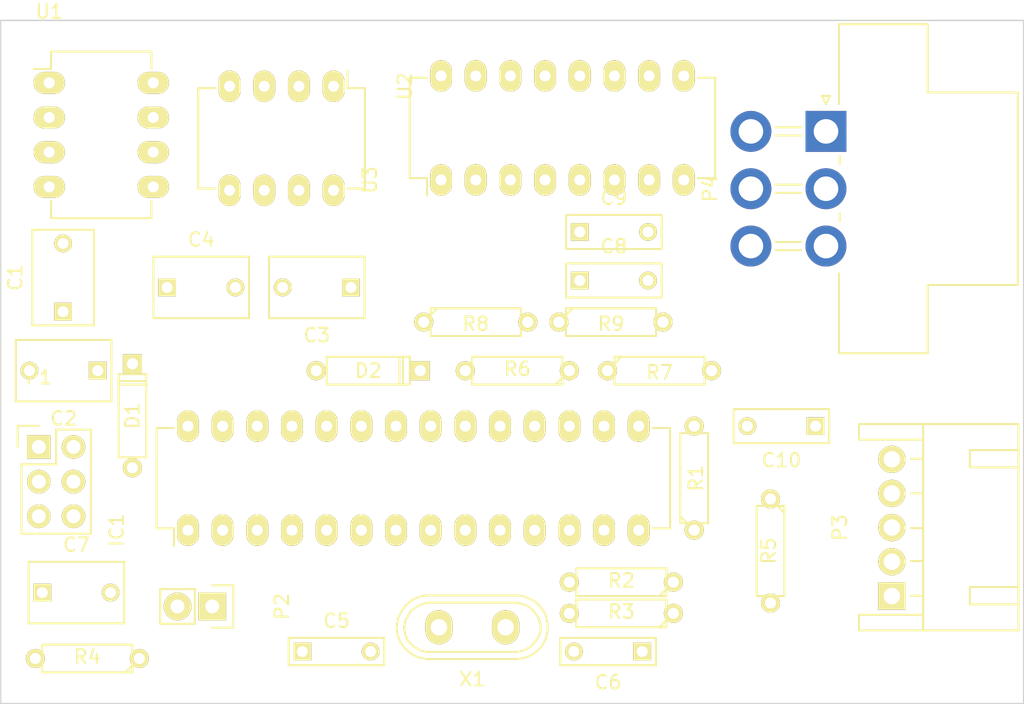
<source format=kicad_pcb>
(kicad_pcb (version 4) (host pcbnew 4.0.2+e4-6225~38~ubuntu16.04.1-stable)

  (general
    (links 77)
    (no_connects 77)
    (area 105.41 34.798 180.848 86.868)
    (thickness 1.6)
    (drawings 4)
    (tracks 0)
    (zones 0)
    (modules 30)
    (nets 46)
  )

  (page A4)
  (layers
    (0 F.Cu jumper)
    (31 B.Cu mixed)
    (33 F.Adhes user)
    (35 F.Paste user)
    (37 F.SilkS user)
    (39 F.Mask user)
    (40 Dwgs.User user)
    (41 Cmts.User user)
    (42 Eco1.User user)
    (43 Eco2.User user)
    (44 Edge.Cuts user)
    (45 Margin user)
    (47 F.CrtYd user)
    (49 F.Fab user)
  )

  (setup
    (last_trace_width 0.3)
    (trace_clearance 0.3)
    (zone_clearance 0.508)
    (zone_45_only yes)
    (trace_min 0.254)
    (segment_width 0.2)
    (edge_width 0.1)
    (via_size 1)
    (via_drill 0.4)
    (via_min_size 0.889)
    (via_min_drill 0.1)
    (uvia_size 0.508)
    (uvia_drill 0.127)
    (uvias_allowed no)
    (uvia_min_size 0.508)
    (uvia_min_drill 0.127)
    (pcb_text_width 0.3)
    (pcb_text_size 1.5 1.5)
    (mod_edge_width 0.15)
    (mod_text_size 1 1)
    (mod_text_width 0.15)
    (pad_size 1.5 1.5)
    (pad_drill 0.6)
    (pad_to_mask_clearance 0)
    (aux_axis_origin 73.914 42.672)
    (grid_origin 73.914 42.672)
    (visible_elements FFFFFFFF)
    (pcbplotparams
      (layerselection 0x00000_80000000)
      (usegerberextensions false)
      (excludeedgelayer true)
      (linewidth 0.100000)
      (plotframeref true)
      (viasonmask false)
      (mode 1)
      (useauxorigin false)
      (hpglpennumber 1)
      (hpglpenspeed 20)
      (hpglpendiameter 15)
      (hpglpenoverlay 2)
      (psnegative false)
      (psa4output false)
      (plotreference true)
      (plotvalue true)
      (plotinvisibletext false)
      (padsonsilk true)
      (subtractmaskfromsilk false)
      (outputformat 4)
      (mirror false)
      (drillshape 1)
      (scaleselection 1)
      (outputdirectory /home/ddo/tmp/))
  )

  (net 0 "")
  (net 1 "Net-(C1-Pad1)")
  (net 2 "Net-(C1-Pad2)")
  (net 3 "Net-(C2-Pad1)")
  (net 4 /Doubler_Inverter/+9V)
  (net 5 GNDREF)
  (net 6 /Doubler_Inverter/-5V)
  (net 7 "Net-(C5-Pad2)")
  (net 8 "Net-(C6-Pad2)")
  (net 9 "/Base Arduino/CH1_ARDUINO_SIG")
  (net 10 "/Base Arduino/CH0_ARDUINO_SIG")
  (net 11 +5V)
  (net 12 "/Base Arduino/SWITCH")
  (net 13 "Net-(IC1-Pad5)")
  (net 14 "Net-(IC1-Pad6)")
  (net 15 "Net-(IC1-Pad11)")
  (net 16 "Net-(IC1-Pad12)")
  (net 17 "Net-(IC1-Pad13)")
  (net 18 "Net-(IC1-Pad14)")
  (net 19 "Net-(IC1-Pad15)")
  (net 20 "Net-(IC1-Pad16)")
  (net 21 "Net-(IC1-Pad21)")
  (net 22 "/Base Arduino/CH0_PEDAL_SIG")
  (net 23 "/Base Arduino/CH1_PEDAL_SIG")
  (net 24 "Net-(IC1-Pad25)")
  (net 25 "Net-(IC1-Pad26)")
  (net 26 "Net-(IC1-Pad27)")
  (net 27 "Net-(IC1-Pad28)")
  (net 28 /Connectors/CH0_OUT)
  (net 29 /Connectors/CH1_OUT)
  (net 30 "/Base Arduino/LED1")
  (net 31 "/Base Arduino/LED2")
  (net 32 "Net-(U1-Pad6)")
  (net 33 "Net-(U1-Pad7)")
  (net 34 /Isolator/CH0_MUXDEMUX_OUT)
  (net 35 /Isolator/CH1_MUXDEMUX_OUT)
  (net 36 "Net-(U3-Pad2)")
  (net 37 "Net-(U3-Pad4)")
  (net 38 "Net-(U3-Pad11)")
  (net 39 "Net-(U3-Pad15)")
  (net 40 "/Base Arduino/RESET")
  (net 41 "/Base Arduino/RX")
  (net 42 "/Base Arduino/TX")
  (net 43 "/Base Arduino/MOSI")
  (net 44 "/Base Arduino/MISO")
  (net 45 "/Base Arduino/SCK")

  (net_class Default "This is the default net class."
    (clearance 0.3)
    (trace_width 0.3)
    (via_dia 1)
    (via_drill 0.4)
    (uvia_dia 0.508)
    (uvia_drill 0.127)
    (add_net +5V)
    (add_net "/Base Arduino/CH0_ARDUINO_SIG")
    (add_net "/Base Arduino/CH0_PEDAL_SIG")
    (add_net "/Base Arduino/CH1_ARDUINO_SIG")
    (add_net "/Base Arduino/CH1_PEDAL_SIG")
    (add_net "/Base Arduino/LED1")
    (add_net "/Base Arduino/LED2")
    (add_net "/Base Arduino/MISO")
    (add_net "/Base Arduino/MOSI")
    (add_net "/Base Arduino/RESET")
    (add_net "/Base Arduino/RX")
    (add_net "/Base Arduino/SCK")
    (add_net "/Base Arduino/SWITCH")
    (add_net "/Base Arduino/TX")
    (add_net /Connectors/CH0_OUT)
    (add_net /Connectors/CH1_OUT)
    (add_net /Doubler_Inverter/+9V)
    (add_net /Doubler_Inverter/-5V)
    (add_net /Isolator/CH0_MUXDEMUX_OUT)
    (add_net /Isolator/CH1_MUXDEMUX_OUT)
    (add_net GNDREF)
    (add_net "Net-(C1-Pad1)")
    (add_net "Net-(C1-Pad2)")
    (add_net "Net-(C2-Pad1)")
    (add_net "Net-(C5-Pad2)")
    (add_net "Net-(C6-Pad2)")
    (add_net "Net-(IC1-Pad11)")
    (add_net "Net-(IC1-Pad12)")
    (add_net "Net-(IC1-Pad13)")
    (add_net "Net-(IC1-Pad14)")
    (add_net "Net-(IC1-Pad15)")
    (add_net "Net-(IC1-Pad16)")
    (add_net "Net-(IC1-Pad21)")
    (add_net "Net-(IC1-Pad25)")
    (add_net "Net-(IC1-Pad26)")
    (add_net "Net-(IC1-Pad27)")
    (add_net "Net-(IC1-Pad28)")
    (add_net "Net-(IC1-Pad5)")
    (add_net "Net-(IC1-Pad6)")
    (add_net "Net-(U1-Pad6)")
    (add_net "Net-(U1-Pad7)")
    (add_net "Net-(U3-Pad11)")
    (add_net "Net-(U3-Pad15)")
    (add_net "Net-(U3-Pad2)")
    (add_net "Net-(U3-Pad4)")
  )

  (module Capacitors_ThroughHole:C_Rect_L7_W4.5_P5 (layer F.Cu) (tedit 0) (tstamp 57BDA55F)
    (at 110.236 58.166 90)
    (descr "Film Capacitor Length 7mm x Width 4.5mm, Pitch 5mm")
    (tags Capacitor)
    (path /54D7C565/54D7C587)
    (fp_text reference C1 (at 2.5 -3.5 90) (layer F.SilkS)
      (effects (font (size 1 1) (thickness 0.15)))
    )
    (fp_text value 1u (at 2.5 3.5 90) (layer F.Fab)
      (effects (font (size 1 1) (thickness 0.15)))
    )
    (fp_line (start -1.25 -2.5) (end 6.25 -2.5) (layer F.CrtYd) (width 0.05))
    (fp_line (start 6.25 -2.5) (end 6.25 2.5) (layer F.CrtYd) (width 0.05))
    (fp_line (start 6.25 2.5) (end -1.25 2.5) (layer F.CrtYd) (width 0.05))
    (fp_line (start -1.25 2.5) (end -1.25 -2.5) (layer F.CrtYd) (width 0.05))
    (fp_line (start -1 -2.25) (end 6 -2.25) (layer F.SilkS) (width 0.15))
    (fp_line (start 6 -2.25) (end 6 2.25) (layer F.SilkS) (width 0.15))
    (fp_line (start 6 2.25) (end -1 2.25) (layer F.SilkS) (width 0.15))
    (fp_line (start -1 2.25) (end -1 -2.25) (layer F.SilkS) (width 0.15))
    (pad 1 thru_hole rect (at 0 0 90) (size 1.3 1.3) (drill 0.8) (layers *.Cu *.Mask F.SilkS)
      (net 1 "Net-(C1-Pad1)"))
    (pad 2 thru_hole circle (at 5 0 90) (size 1.3 1.3) (drill 0.8) (layers *.Cu *.Mask F.SilkS)
      (net 2 "Net-(C1-Pad2)"))
    (model Capacitors_ThroughHole.3dshapes/C_Rect_L7_W4.5_P5.wrl
      (at (xyz 0.098425 0 0))
      (scale (xyz 1 1 1))
      (rotate (xyz 0 0 0))
    )
  )

  (module Capacitors_ThroughHole:C_Rect_L7_W4.5_P5 (layer F.Cu) (tedit 0) (tstamp 57BDA565)
    (at 112.776 62.484 180)
    (descr "Film Capacitor Length 7mm x Width 4.5mm, Pitch 5mm")
    (tags Capacitor)
    (path /54D7C565/54D7C5F6)
    (fp_text reference C2 (at 2.5 -3.5 180) (layer F.SilkS)
      (effects (font (size 1 1) (thickness 0.15)))
    )
    (fp_text value 1u (at 2.5 3.5 180) (layer F.Fab)
      (effects (font (size 1 1) (thickness 0.15)))
    )
    (fp_line (start -1.25 -2.5) (end 6.25 -2.5) (layer F.CrtYd) (width 0.05))
    (fp_line (start 6.25 -2.5) (end 6.25 2.5) (layer F.CrtYd) (width 0.05))
    (fp_line (start 6.25 2.5) (end -1.25 2.5) (layer F.CrtYd) (width 0.05))
    (fp_line (start -1.25 2.5) (end -1.25 -2.5) (layer F.CrtYd) (width 0.05))
    (fp_line (start -1 -2.25) (end 6 -2.25) (layer F.SilkS) (width 0.15))
    (fp_line (start 6 -2.25) (end 6 2.25) (layer F.SilkS) (width 0.15))
    (fp_line (start 6 2.25) (end -1 2.25) (layer F.SilkS) (width 0.15))
    (fp_line (start -1 2.25) (end -1 -2.25) (layer F.SilkS) (width 0.15))
    (pad 1 thru_hole rect (at 0 0 180) (size 1.3 1.3) (drill 0.8) (layers *.Cu *.Mask F.SilkS)
      (net 3 "Net-(C2-Pad1)"))
    (pad 2 thru_hole circle (at 5 0 180) (size 1.3 1.3) (drill 0.8) (layers *.Cu *.Mask F.SilkS)
      (net 1 "Net-(C1-Pad1)"))
    (model Capacitors_ThroughHole.3dshapes/C_Rect_L7_W4.5_P5.wrl
      (at (xyz 0.098425 0 0))
      (scale (xyz 1 1 1))
      (rotate (xyz 0 0 0))
    )
  )

  (module Capacitors_ThroughHole:C_Rect_L7_W4.5_P5 (layer F.Cu) (tedit 0) (tstamp 57BDA56B)
    (at 131.318 56.388 180)
    (descr "Film Capacitor Length 7mm x Width 4.5mm, Pitch 5mm")
    (tags Capacitor)
    (path /54D7C565/54D7C60F)
    (fp_text reference C3 (at 2.5 -3.5 180) (layer F.SilkS)
      (effects (font (size 1 1) (thickness 0.15)))
    )
    (fp_text value 1u (at 2.5 3.5 180) (layer F.Fab)
      (effects (font (size 1 1) (thickness 0.15)))
    )
    (fp_line (start -1.25 -2.5) (end 6.25 -2.5) (layer F.CrtYd) (width 0.05))
    (fp_line (start 6.25 -2.5) (end 6.25 2.5) (layer F.CrtYd) (width 0.05))
    (fp_line (start 6.25 2.5) (end -1.25 2.5) (layer F.CrtYd) (width 0.05))
    (fp_line (start -1.25 2.5) (end -1.25 -2.5) (layer F.CrtYd) (width 0.05))
    (fp_line (start -1 -2.25) (end 6 -2.25) (layer F.SilkS) (width 0.15))
    (fp_line (start 6 -2.25) (end 6 2.25) (layer F.SilkS) (width 0.15))
    (fp_line (start 6 2.25) (end -1 2.25) (layer F.SilkS) (width 0.15))
    (fp_line (start -1 2.25) (end -1 -2.25) (layer F.SilkS) (width 0.15))
    (pad 1 thru_hole rect (at 0 0 180) (size 1.3 1.3) (drill 0.8) (layers *.Cu *.Mask F.SilkS)
      (net 4 /Doubler_Inverter/+9V))
    (pad 2 thru_hole circle (at 5 0 180) (size 1.3 1.3) (drill 0.8) (layers *.Cu *.Mask F.SilkS)
      (net 5 GNDREF))
    (model Capacitors_ThroughHole.3dshapes/C_Rect_L7_W4.5_P5.wrl
      (at (xyz 0.098425 0 0))
      (scale (xyz 1 1 1))
      (rotate (xyz 0 0 0))
    )
  )

  (module Capacitors_ThroughHole:C_Rect_L7_W4.5_P5 (layer F.Cu) (tedit 0) (tstamp 57BDA571)
    (at 117.856 56.388)
    (descr "Film Capacitor Length 7mm x Width 4.5mm, Pitch 5mm")
    (tags Capacitor)
    (path /54D7C565/54D7C66C)
    (fp_text reference C4 (at 2.5 -3.5) (layer F.SilkS)
      (effects (font (size 1 1) (thickness 0.15)))
    )
    (fp_text value 1u (at 2.5 3.5) (layer F.Fab)
      (effects (font (size 1 1) (thickness 0.15)))
    )
    (fp_line (start -1.25 -2.5) (end 6.25 -2.5) (layer F.CrtYd) (width 0.05))
    (fp_line (start 6.25 -2.5) (end 6.25 2.5) (layer F.CrtYd) (width 0.05))
    (fp_line (start 6.25 2.5) (end -1.25 2.5) (layer F.CrtYd) (width 0.05))
    (fp_line (start -1.25 2.5) (end -1.25 -2.5) (layer F.CrtYd) (width 0.05))
    (fp_line (start -1 -2.25) (end 6 -2.25) (layer F.SilkS) (width 0.15))
    (fp_line (start 6 -2.25) (end 6 2.25) (layer F.SilkS) (width 0.15))
    (fp_line (start 6 2.25) (end -1 2.25) (layer F.SilkS) (width 0.15))
    (fp_line (start -1 2.25) (end -1 -2.25) (layer F.SilkS) (width 0.15))
    (pad 1 thru_hole rect (at 0 0) (size 1.3 1.3) (drill 0.8) (layers *.Cu *.Mask F.SilkS)
      (net 6 /Doubler_Inverter/-5V))
    (pad 2 thru_hole circle (at 5 0) (size 1.3 1.3) (drill 0.8) (layers *.Cu *.Mask F.SilkS)
      (net 5 GNDREF))
    (model Capacitors_ThroughHole.3dshapes/C_Rect_L7_W4.5_P5.wrl
      (at (xyz 0.098425 0 0))
      (scale (xyz 1 1 1))
      (rotate (xyz 0 0 0))
    )
  )

  (module Capacitors_ThroughHole:C_Rect_L7_W2_P5 (layer F.Cu) (tedit 0) (tstamp 57BDA577)
    (at 127.762 83.058)
    (descr "Film Capacitor Length 7 x Width 2mm, Pitch 5mm")
    (tags Capacitor)
    (path /54D7EFEF/54D7FA47)
    (fp_text reference C5 (at 2.5 -2.25) (layer F.SilkS)
      (effects (font (size 1 1) (thickness 0.15)))
    )
    (fp_text value 22p (at 2.5 2.5) (layer F.Fab)
      (effects (font (size 1 1) (thickness 0.15)))
    )
    (fp_line (start -1.25 -1.25) (end 6.25 -1.25) (layer F.CrtYd) (width 0.05))
    (fp_line (start 6.25 -1.25) (end 6.25 1.25) (layer F.CrtYd) (width 0.05))
    (fp_line (start 6.25 1.25) (end -1.25 1.25) (layer F.CrtYd) (width 0.05))
    (fp_line (start -1.25 1.25) (end -1.25 -1.25) (layer F.CrtYd) (width 0.05))
    (fp_line (start -1 -1) (end 6 -1) (layer F.SilkS) (width 0.15))
    (fp_line (start 6 -1) (end 6 1) (layer F.SilkS) (width 0.15))
    (fp_line (start 6 1) (end -1 1) (layer F.SilkS) (width 0.15))
    (fp_line (start -1 1) (end -1 -1) (layer F.SilkS) (width 0.15))
    (pad 1 thru_hole rect (at 0 0) (size 1.3 1.3) (drill 0.8) (layers *.Cu *.Mask F.SilkS)
      (net 5 GNDREF))
    (pad 2 thru_hole circle (at 5 0) (size 1.3 1.3) (drill 0.8) (layers *.Cu *.Mask F.SilkS)
      (net 7 "Net-(C5-Pad2)"))
    (model Capacitors_ThroughHole.3dshapes/C_Rect_L7_W2_P5.wrl
      (at (xyz 0.098425 0 0))
      (scale (xyz 1 1 1))
      (rotate (xyz 0 0 0))
    )
  )

  (module Capacitors_ThroughHole:C_Rect_L7_W2_P5 (layer F.Cu) (tedit 0) (tstamp 57BDA57D)
    (at 152.654 83.058 180)
    (descr "Film Capacitor Length 7 x Width 2mm, Pitch 5mm")
    (tags Capacitor)
    (path /54D7EFEF/54D7FAD7)
    (fp_text reference C6 (at 2.5 -2.25 180) (layer F.SilkS)
      (effects (font (size 1 1) (thickness 0.15)))
    )
    (fp_text value 22p (at 2.5 2.5 180) (layer F.Fab)
      (effects (font (size 1 1) (thickness 0.15)))
    )
    (fp_line (start -1.25 -1.25) (end 6.25 -1.25) (layer F.CrtYd) (width 0.05))
    (fp_line (start 6.25 -1.25) (end 6.25 1.25) (layer F.CrtYd) (width 0.05))
    (fp_line (start 6.25 1.25) (end -1.25 1.25) (layer F.CrtYd) (width 0.05))
    (fp_line (start -1.25 1.25) (end -1.25 -1.25) (layer F.CrtYd) (width 0.05))
    (fp_line (start -1 -1) (end 6 -1) (layer F.SilkS) (width 0.15))
    (fp_line (start 6 -1) (end 6 1) (layer F.SilkS) (width 0.15))
    (fp_line (start 6 1) (end -1 1) (layer F.SilkS) (width 0.15))
    (fp_line (start -1 1) (end -1 -1) (layer F.SilkS) (width 0.15))
    (pad 1 thru_hole rect (at 0 0 180) (size 1.3 1.3) (drill 0.8) (layers *.Cu *.Mask F.SilkS)
      (net 5 GNDREF))
    (pad 2 thru_hole circle (at 5 0 180) (size 1.3 1.3) (drill 0.8) (layers *.Cu *.Mask F.SilkS)
      (net 8 "Net-(C6-Pad2)"))
    (model Capacitors_ThroughHole.3dshapes/C_Rect_L7_W2_P5.wrl
      (at (xyz 0.098425 0 0))
      (scale (xyz 1 1 1))
      (rotate (xyz 0 0 0))
    )
  )

  (module Capacitors_ThroughHole:C_Rect_L7_W4.5_P5 (layer F.Cu) (tedit 0) (tstamp 57BDA583)
    (at 108.712 78.74)
    (descr "Film Capacitor Length 7mm x Width 4.5mm, Pitch 5mm")
    (tags Capacitor)
    (path /54D7EFEF/54D7FCE4)
    (fp_text reference C7 (at 2.5 -3.5) (layer F.SilkS)
      (effects (font (size 1 1) (thickness 0.15)))
    )
    (fp_text value 1u (at 2.5 3.5) (layer F.Fab)
      (effects (font (size 1 1) (thickness 0.15)))
    )
    (fp_line (start -1.25 -2.5) (end 6.25 -2.5) (layer F.CrtYd) (width 0.05))
    (fp_line (start 6.25 -2.5) (end 6.25 2.5) (layer F.CrtYd) (width 0.05))
    (fp_line (start 6.25 2.5) (end -1.25 2.5) (layer F.CrtYd) (width 0.05))
    (fp_line (start -1.25 2.5) (end -1.25 -2.5) (layer F.CrtYd) (width 0.05))
    (fp_line (start -1 -2.25) (end 6 -2.25) (layer F.SilkS) (width 0.15))
    (fp_line (start 6 -2.25) (end 6 2.25) (layer F.SilkS) (width 0.15))
    (fp_line (start 6 2.25) (end -1 2.25) (layer F.SilkS) (width 0.15))
    (fp_line (start -1 2.25) (end -1 -2.25) (layer F.SilkS) (width 0.15))
    (pad 1 thru_hole rect (at 0 0) (size 1.3 1.3) (drill 0.8) (layers *.Cu *.Mask F.SilkS)
      (net 40 "/Base Arduino/RESET"))
    (pad 2 thru_hole circle (at 5 0) (size 1.3 1.3) (drill 0.8) (layers *.Cu *.Mask F.SilkS)
      (net 5 GNDREF))
    (model Capacitors_ThroughHole.3dshapes/C_Rect_L7_W4.5_P5.wrl
      (at (xyz 0.098425 0 0))
      (scale (xyz 1 1 1))
      (rotate (xyz 0 0 0))
    )
  )

  (module Capacitors_ThroughHole:C_Rect_L7_W2.5_P5 (layer F.Cu) (tedit 0) (tstamp 57BDA589)
    (at 148.082 55.88)
    (descr "Film Capacitor Length 7mm x Width 2.5mm, Pitch 5mm")
    (tags Capacitor)
    (path /54D7EFEF/54D8180B)
    (fp_text reference C8 (at 2.5 -2.5) (layer F.SilkS)
      (effects (font (size 1 1) (thickness 0.15)))
    )
    (fp_text value 100n (at 2.5 2.5) (layer F.Fab)
      (effects (font (size 1 1) (thickness 0.15)))
    )
    (fp_line (start -1.25 -1.5) (end 6.25 -1.5) (layer F.CrtYd) (width 0.05))
    (fp_line (start 6.25 -1.5) (end 6.25 1.5) (layer F.CrtYd) (width 0.05))
    (fp_line (start 6.25 1.5) (end -1.25 1.5) (layer F.CrtYd) (width 0.05))
    (fp_line (start -1.25 1.5) (end -1.25 -1.5) (layer F.CrtYd) (width 0.05))
    (fp_line (start -1 -1.25) (end 6 -1.25) (layer F.SilkS) (width 0.15))
    (fp_line (start 6 -1.25) (end 6 1.25) (layer F.SilkS) (width 0.15))
    (fp_line (start 6 1.25) (end -1 1.25) (layer F.SilkS) (width 0.15))
    (fp_line (start -1 1.25) (end -1 -1.25) (layer F.SilkS) (width 0.15))
    (pad 1 thru_hole rect (at 0 0) (size 1.3 1.3) (drill 0.8) (layers *.Cu *.Mask F.SilkS)
      (net 9 "/Base Arduino/CH1_ARDUINO_SIG"))
    (pad 2 thru_hole circle (at 5 0) (size 1.3 1.3) (drill 0.8) (layers *.Cu *.Mask F.SilkS)
      (net 5 GNDREF))
  )

  (module Capacitors_ThroughHole:C_Rect_L7_W2.5_P5 (layer F.Cu) (tedit 0) (tstamp 57BDA58F)
    (at 148.082 52.324)
    (descr "Film Capacitor Length 7mm x Width 2.5mm, Pitch 5mm")
    (tags Capacitor)
    (path /54D7EFEF/54D81846)
    (fp_text reference C9 (at 2.5 -2.5) (layer F.SilkS)
      (effects (font (size 1 1) (thickness 0.15)))
    )
    (fp_text value 100n (at 2.5 2.5) (layer F.Fab)
      (effects (font (size 1 1) (thickness 0.15)))
    )
    (fp_line (start -1.25 -1.5) (end 6.25 -1.5) (layer F.CrtYd) (width 0.05))
    (fp_line (start 6.25 -1.5) (end 6.25 1.5) (layer F.CrtYd) (width 0.05))
    (fp_line (start 6.25 1.5) (end -1.25 1.5) (layer F.CrtYd) (width 0.05))
    (fp_line (start -1.25 1.5) (end -1.25 -1.5) (layer F.CrtYd) (width 0.05))
    (fp_line (start -1 -1.25) (end 6 -1.25) (layer F.SilkS) (width 0.15))
    (fp_line (start 6 -1.25) (end 6 1.25) (layer F.SilkS) (width 0.15))
    (fp_line (start 6 1.25) (end -1 1.25) (layer F.SilkS) (width 0.15))
    (fp_line (start -1 1.25) (end -1 -1.25) (layer F.SilkS) (width 0.15))
    (pad 1 thru_hole rect (at 0 0) (size 1.3 1.3) (drill 0.8) (layers *.Cu *.Mask F.SilkS)
      (net 10 "/Base Arduino/CH0_ARDUINO_SIG"))
    (pad 2 thru_hole circle (at 5 0) (size 1.3 1.3) (drill 0.8) (layers *.Cu *.Mask F.SilkS)
      (net 5 GNDREF))
  )

  (module Capacitors_ThroughHole:C_Rect_L7_W2.5_P5 (layer F.Cu) (tedit 0) (tstamp 57BDA595)
    (at 165.354 66.548 180)
    (descr "Film Capacitor Length 7mm x Width 2.5mm, Pitch 5mm")
    (tags Capacitor)
    (path /54D7EFEF/57BC9625)
    (fp_text reference C10 (at 2.5 -2.5 180) (layer F.SilkS)
      (effects (font (size 1 1) (thickness 0.15)))
    )
    (fp_text value 100nF (at 2.5 2.5 180) (layer F.Fab)
      (effects (font (size 1 1) (thickness 0.15)))
    )
    (fp_line (start -1.25 -1.5) (end 6.25 -1.5) (layer F.CrtYd) (width 0.05))
    (fp_line (start 6.25 -1.5) (end 6.25 1.5) (layer F.CrtYd) (width 0.05))
    (fp_line (start 6.25 1.5) (end -1.25 1.5) (layer F.CrtYd) (width 0.05))
    (fp_line (start -1.25 1.5) (end -1.25 -1.5) (layer F.CrtYd) (width 0.05))
    (fp_line (start -1 -1.25) (end 6 -1.25) (layer F.SilkS) (width 0.15))
    (fp_line (start 6 -1.25) (end 6 1.25) (layer F.SilkS) (width 0.15))
    (fp_line (start 6 1.25) (end -1 1.25) (layer F.SilkS) (width 0.15))
    (fp_line (start -1 1.25) (end -1 -1.25) (layer F.SilkS) (width 0.15))
    (pad 1 thru_hole rect (at 0 0 180) (size 1.3 1.3) (drill 0.8) (layers *.Cu *.Mask F.SilkS)
      (net 11 +5V))
    (pad 2 thru_hole circle (at 5 0 180) (size 1.3 1.3) (drill 0.8) (layers *.Cu *.Mask F.SilkS)
      (net 5 GNDREF))
  )

  (module Discret:D3 (layer F.Cu) (tedit 0) (tstamp 57BDA59B)
    (at 115.316 65.786 90)
    (descr "Diode 3 pas")
    (tags "DIODE DEV")
    (path /54D7C565/54D7C6AB)
    (fp_text reference D1 (at 0 0 90) (layer F.SilkS)
      (effects (font (size 1 1) (thickness 0.15)))
    )
    (fp_text value 1n4007 (at 0 0 90) (layer F.Fab)
      (effects (font (size 1 1) (thickness 0.15)))
    )
    (fp_line (start 3.81 0) (end 3.048 0) (layer F.SilkS) (width 0.15))
    (fp_line (start 3.048 0) (end 3.048 -1.016) (layer F.SilkS) (width 0.15))
    (fp_line (start 3.048 -1.016) (end -3.048 -1.016) (layer F.SilkS) (width 0.15))
    (fp_line (start -3.048 -1.016) (end -3.048 0) (layer F.SilkS) (width 0.15))
    (fp_line (start -3.048 0) (end -3.81 0) (layer F.SilkS) (width 0.15))
    (fp_line (start -3.048 0) (end -3.048 1.016) (layer F.SilkS) (width 0.15))
    (fp_line (start -3.048 1.016) (end 3.048 1.016) (layer F.SilkS) (width 0.15))
    (fp_line (start 3.048 1.016) (end 3.048 0) (layer F.SilkS) (width 0.15))
    (fp_line (start 2.54 -1.016) (end 2.54 1.016) (layer F.SilkS) (width 0.15))
    (fp_line (start 2.286 1.016) (end 2.286 -1.016) (layer F.SilkS) (width 0.15))
    (pad 1 thru_hole rect (at 3.81 0 90) (size 1.397 1.397) (drill 0.8128) (layers *.Cu *.Mask F.SilkS)
      (net 3 "Net-(C2-Pad1)"))
    (pad 2 thru_hole circle (at -3.81 0 90) (size 1.397 1.397) (drill 0.8128) (layers *.Cu *.Mask F.SilkS)
      (net 11 +5V))
    (model Discret.3dshapes/D3.wrl
      (at (xyz 0 0 0))
      (scale (xyz 0.3 0.3 0.3))
      (rotate (xyz 0 0 0))
    )
  )

  (module Discret:D3 (layer F.Cu) (tedit 0) (tstamp 57BDA5A1)
    (at 132.588 62.484)
    (descr "Diode 3 pas")
    (tags "DIODE DEV")
    (path /54D7C565/54D7C6F0)
    (fp_text reference D2 (at 0 0) (layer F.SilkS)
      (effects (font (size 1 1) (thickness 0.15)))
    )
    (fp_text value 1n4007 (at 0 0) (layer F.Fab)
      (effects (font (size 1 1) (thickness 0.15)))
    )
    (fp_line (start 3.81 0) (end 3.048 0) (layer F.SilkS) (width 0.15))
    (fp_line (start 3.048 0) (end 3.048 -1.016) (layer F.SilkS) (width 0.15))
    (fp_line (start 3.048 -1.016) (end -3.048 -1.016) (layer F.SilkS) (width 0.15))
    (fp_line (start -3.048 -1.016) (end -3.048 0) (layer F.SilkS) (width 0.15))
    (fp_line (start -3.048 0) (end -3.81 0) (layer F.SilkS) (width 0.15))
    (fp_line (start -3.048 0) (end -3.048 1.016) (layer F.SilkS) (width 0.15))
    (fp_line (start -3.048 1.016) (end 3.048 1.016) (layer F.SilkS) (width 0.15))
    (fp_line (start 3.048 1.016) (end 3.048 0) (layer F.SilkS) (width 0.15))
    (fp_line (start 2.54 -1.016) (end 2.54 1.016) (layer F.SilkS) (width 0.15))
    (fp_line (start 2.286 1.016) (end 2.286 -1.016) (layer F.SilkS) (width 0.15))
    (pad 1 thru_hole rect (at 3.81 0) (size 1.397 1.397) (drill 0.8128) (layers *.Cu *.Mask F.SilkS)
      (net 4 /Doubler_Inverter/+9V))
    (pad 2 thru_hole circle (at -3.81 0) (size 1.397 1.397) (drill 0.8128) (layers *.Cu *.Mask F.SilkS)
      (net 3 "Net-(C2-Pad1)"))
    (model Discret.3dshapes/D3.wrl
      (at (xyz 0 0 0))
      (scale (xyz 0.3 0.3 0.3))
      (rotate (xyz 0 0 0))
    )
  )

  (module Housings_DIP:DIP-28_W7.62mm_LongPads (layer F.Cu) (tedit 57BDFD0C) (tstamp 57BDA5C1)
    (at 119.38 74.168 90)
    (descr "28-lead dip package, row spacing 7.62 mm (300 mils), longer pads")
    (tags "dil dip 2.54 300")
    (path /54D7EFEF/54D7F099)
    (fp_text reference IC1 (at 0 -5.22 90) (layer F.SilkS)
      (effects (font (size 1 1) (thickness 0.15)))
    )
    (fp_text value ATMEGA328-P (at 3.81 15.748 180) (layer F.Fab)
      (effects (font (size 1 1) (thickness 0.15)))
    )
    (fp_line (start -1.4 -2.45) (end -1.4 35.5) (layer F.CrtYd) (width 0.05))
    (fp_line (start 9 -2.45) (end 9 35.5) (layer F.CrtYd) (width 0.05))
    (fp_line (start -1.4 -2.45) (end 9 -2.45) (layer F.CrtYd) (width 0.05))
    (fp_line (start -1.4 35.5) (end 9 35.5) (layer F.CrtYd) (width 0.05))
    (fp_line (start 0.135 -2.295) (end 0.135 -1.025) (layer F.SilkS) (width 0.15))
    (fp_line (start 7.485 -2.295) (end 7.485 -1.025) (layer F.SilkS) (width 0.15))
    (fp_line (start 7.485 35.315) (end 7.485 34.045) (layer F.SilkS) (width 0.15))
    (fp_line (start 0.135 35.315) (end 0.135 34.045) (layer F.SilkS) (width 0.15))
    (fp_line (start 0.135 -2.295) (end 7.485 -2.295) (layer F.SilkS) (width 0.15))
    (fp_line (start 0.135 35.315) (end 7.485 35.315) (layer F.SilkS) (width 0.15))
    (fp_line (start 0.135 -1.025) (end -1.15 -1.025) (layer F.SilkS) (width 0.15))
    (pad 1 thru_hole oval (at 0 0 90) (size 2.3 1.6) (drill 0.8) (layers *.Cu *.Mask F.SilkS)
      (net 40 "/Base Arduino/RESET"))
    (pad 2 thru_hole oval (at 0 2.54 90) (size 2.3 1.6) (drill 0.8) (layers *.Cu *.Mask F.SilkS)
      (net 41 "/Base Arduino/RX"))
    (pad 3 thru_hole oval (at 0 5.08 90) (size 2.3 1.6) (drill 0.8) (layers *.Cu *.Mask F.SilkS)
      (net 42 "/Base Arduino/TX"))
    (pad 4 thru_hole oval (at 0 7.62 90) (size 2.3 1.6) (drill 0.8) (layers *.Cu *.Mask F.SilkS)
      (net 12 "/Base Arduino/SWITCH"))
    (pad 5 thru_hole oval (at 0 10.16 90) (size 2.3 1.6) (drill 0.8) (layers *.Cu *.Mask F.SilkS)
      (net 13 "Net-(IC1-Pad5)"))
    (pad 6 thru_hole oval (at 0 12.7 90) (size 2.3 1.6) (drill 0.8) (layers *.Cu *.Mask F.SilkS)
      (net 14 "Net-(IC1-Pad6)"))
    (pad 7 thru_hole oval (at 0 15.24 90) (size 2.3 1.6) (drill 0.8) (layers *.Cu *.Mask F.SilkS)
      (net 11 +5V))
    (pad 8 thru_hole oval (at 0 17.78 90) (size 2.3 1.6) (drill 0.8) (layers *.Cu *.Mask F.SilkS)
      (net 5 GNDREF))
    (pad 9 thru_hole oval (at 0 20.32 90) (size 2.3 1.6) (drill 0.8) (layers *.Cu *.Mask F.SilkS)
      (net 7 "Net-(C5-Pad2)"))
    (pad 10 thru_hole oval (at 0 22.86 90) (size 2.3 1.6) (drill 0.8) (layers *.Cu *.Mask F.SilkS)
      (net 8 "Net-(C6-Pad2)"))
    (pad 11 thru_hole oval (at 0 25.4 90) (size 2.3 1.6) (drill 0.8) (layers *.Cu *.Mask F.SilkS)
      (net 15 "Net-(IC1-Pad11)"))
    (pad 12 thru_hole oval (at 0 27.94 90) (size 2.3 1.6) (drill 0.8) (layers *.Cu *.Mask F.SilkS)
      (net 16 "Net-(IC1-Pad12)"))
    (pad 13 thru_hole oval (at 0 30.48 90) (size 2.3 1.6) (drill 0.8) (layers *.Cu *.Mask F.SilkS)
      (net 17 "Net-(IC1-Pad13)"))
    (pad 14 thru_hole oval (at 0 33.02 90) (size 2.3 1.6) (drill 0.8) (layers *.Cu *.Mask F.SilkS)
      (net 18 "Net-(IC1-Pad14)"))
    (pad 15 thru_hole oval (at 7.62 33.02 90) (size 2.3 1.6) (drill 0.8) (layers *.Cu *.Mask F.SilkS)
      (net 19 "Net-(IC1-Pad15)"))
    (pad 16 thru_hole oval (at 7.62 30.48 90) (size 2.3 1.6) (drill 0.8) (layers *.Cu *.Mask F.SilkS)
      (net 20 "Net-(IC1-Pad16)"))
    (pad 17 thru_hole oval (at 7.62 27.94 90) (size 2.3 1.6) (drill 0.8) (layers *.Cu *.Mask F.SilkS)
      (net 43 "/Base Arduino/MOSI"))
    (pad 18 thru_hole oval (at 7.62 25.4 90) (size 2.3 1.6) (drill 0.8) (layers *.Cu *.Mask F.SilkS)
      (net 44 "/Base Arduino/MISO"))
    (pad 19 thru_hole oval (at 7.62 22.86 90) (size 2.3 1.6) (drill 0.8) (layers *.Cu *.Mask F.SilkS)
      (net 45 "/Base Arduino/SCK"))
    (pad 20 thru_hole oval (at 7.62 20.32 90) (size 2.3 1.6) (drill 0.8) (layers *.Cu *.Mask F.SilkS)
      (net 11 +5V))
    (pad 21 thru_hole oval (at 7.62 17.78 90) (size 2.3 1.6) (drill 0.8) (layers *.Cu *.Mask F.SilkS)
      (net 21 "Net-(IC1-Pad21)"))
    (pad 22 thru_hole oval (at 7.62 15.24 90) (size 2.3 1.6) (drill 0.8) (layers *.Cu *.Mask F.SilkS)
      (net 5 GNDREF))
    (pad 23 thru_hole oval (at 7.62 12.7 90) (size 2.3 1.6) (drill 0.8) (layers *.Cu *.Mask F.SilkS)
      (net 22 "/Base Arduino/CH0_PEDAL_SIG"))
    (pad 24 thru_hole oval (at 7.62 10.16 90) (size 2.3 1.6) (drill 0.8) (layers *.Cu *.Mask F.SilkS)
      (net 23 "/Base Arduino/CH1_PEDAL_SIG"))
    (pad 25 thru_hole oval (at 7.62 7.62 90) (size 2.3 1.6) (drill 0.8) (layers *.Cu *.Mask F.SilkS)
      (net 24 "Net-(IC1-Pad25)"))
    (pad 26 thru_hole oval (at 7.62 5.08 90) (size 2.3 1.6) (drill 0.8) (layers *.Cu *.Mask F.SilkS)
      (net 25 "Net-(IC1-Pad26)"))
    (pad 27 thru_hole oval (at 7.62 2.54 90) (size 2.3 1.6) (drill 0.8) (layers *.Cu *.Mask F.SilkS)
      (net 26 "Net-(IC1-Pad27)"))
    (pad 28 thru_hole oval (at 7.62 0 90) (size 2.3 1.6) (drill 0.8) (layers *.Cu *.Mask F.SilkS)
      (net 27 "Net-(IC1-Pad28)"))
    (model Housings_DIP.3dshapes/DIP-28_W7.62mm_LongPads.wrl
      (at (xyz 0 0 0))
      (scale (xyz 1 1 1))
      (rotate (xyz 0 0 0))
    )
  )

  (module Pin_Headers:Pin_Header_Straight_2x03 (layer F.Cu) (tedit 54EA0A4B) (tstamp 57BDA5CB)
    (at 108.458 68.072)
    (descr "Through hole pin header")
    (tags "pin header")
    (path /54D7C286/57BCD0E6)
    (fp_text reference P1 (at 0 -5.1) (layer F.SilkS)
      (effects (font (size 1 1) (thickness 0.15)))
    )
    (fp_text value ISP (at 0 -3.1) (layer F.Fab)
      (effects (font (size 1 1) (thickness 0.15)))
    )
    (fp_line (start -1.27 1.27) (end -1.27 6.35) (layer F.SilkS) (width 0.15))
    (fp_line (start -1.55 -1.55) (end 0 -1.55) (layer F.SilkS) (width 0.15))
    (fp_line (start -1.75 -1.75) (end -1.75 6.85) (layer F.CrtYd) (width 0.05))
    (fp_line (start 4.3 -1.75) (end 4.3 6.85) (layer F.CrtYd) (width 0.05))
    (fp_line (start -1.75 -1.75) (end 4.3 -1.75) (layer F.CrtYd) (width 0.05))
    (fp_line (start -1.75 6.85) (end 4.3 6.85) (layer F.CrtYd) (width 0.05))
    (fp_line (start 1.27 -1.27) (end 1.27 1.27) (layer F.SilkS) (width 0.15))
    (fp_line (start 1.27 1.27) (end -1.27 1.27) (layer F.SilkS) (width 0.15))
    (fp_line (start -1.27 6.35) (end 3.81 6.35) (layer F.SilkS) (width 0.15))
    (fp_line (start 3.81 6.35) (end 3.81 1.27) (layer F.SilkS) (width 0.15))
    (fp_line (start -1.55 -1.55) (end -1.55 0) (layer F.SilkS) (width 0.15))
    (fp_line (start 3.81 -1.27) (end 1.27 -1.27) (layer F.SilkS) (width 0.15))
    (fp_line (start 3.81 1.27) (end 3.81 -1.27) (layer F.SilkS) (width 0.15))
    (pad 1 thru_hole rect (at 0 0) (size 1.7272 1.7272) (drill 1.016) (layers *.Cu *.Mask F.SilkS)
      (net 44 "/Base Arduino/MISO"))
    (pad 2 thru_hole oval (at 2.54 0) (size 1.7272 1.7272) (drill 1.016) (layers *.Cu *.Mask F.SilkS)
      (net 11 +5V))
    (pad 3 thru_hole oval (at 0 2.54) (size 1.7272 1.7272) (drill 1.016) (layers *.Cu *.Mask F.SilkS)
      (net 45 "/Base Arduino/SCK"))
    (pad 4 thru_hole oval (at 2.54 2.54) (size 1.7272 1.7272) (drill 1.016) (layers *.Cu *.Mask F.SilkS)
      (net 43 "/Base Arduino/MOSI"))
    (pad 5 thru_hole oval (at 0 5.08) (size 1.7272 1.7272) (drill 1.016) (layers *.Cu *.Mask F.SilkS)
      (net 40 "/Base Arduino/RESET"))
    (pad 6 thru_hole oval (at 2.54 5.08) (size 1.7272 1.7272) (drill 1.016) (layers *.Cu *.Mask F.SilkS)
      (net 5 GNDREF))
    (model Pin_Headers.3dshapes/Pin_Header_Straight_2x03.wrl
      (at (xyz 0.05 -0.1 0))
      (scale (xyz 1 1 1))
      (rotate (xyz 0 0 90))
    )
  )

  (module Pin_Headers:Pin_Header_Straight_1x02 (layer F.Cu) (tedit 57BDFD18) (tstamp 57BDA5D1)
    (at 121.158 79.756 270)
    (descr "Through hole pin header")
    (tags "pin header")
    (path /54D7C286/57BCD0AF)
    (fp_text reference P2 (at 0 -5.1 270) (layer F.SilkS)
      (effects (font (size 1 1) (thickness 0.15)))
    )
    (fp_text value "DEBUG TX/RX" (at -2.794 0.508 360) (layer F.Fab)
      (effects (font (size 1 1) (thickness 0.15)))
    )
    (fp_line (start 1.27 1.27) (end 1.27 3.81) (layer F.SilkS) (width 0.15))
    (fp_line (start 1.55 -1.55) (end 1.55 0) (layer F.SilkS) (width 0.15))
    (fp_line (start -1.75 -1.75) (end -1.75 4.3) (layer F.CrtYd) (width 0.05))
    (fp_line (start 1.75 -1.75) (end 1.75 4.3) (layer F.CrtYd) (width 0.05))
    (fp_line (start -1.75 -1.75) (end 1.75 -1.75) (layer F.CrtYd) (width 0.05))
    (fp_line (start -1.75 4.3) (end 1.75 4.3) (layer F.CrtYd) (width 0.05))
    (fp_line (start 1.27 1.27) (end -1.27 1.27) (layer F.SilkS) (width 0.15))
    (fp_line (start -1.55 0) (end -1.55 -1.55) (layer F.SilkS) (width 0.15))
    (fp_line (start -1.55 -1.55) (end 1.55 -1.55) (layer F.SilkS) (width 0.15))
    (fp_line (start -1.27 1.27) (end -1.27 3.81) (layer F.SilkS) (width 0.15))
    (fp_line (start -1.27 3.81) (end 1.27 3.81) (layer F.SilkS) (width 0.15))
    (pad 1 thru_hole rect (at 0 0 270) (size 2.032 2.032) (drill 1.016) (layers *.Cu *.Mask F.SilkS)
      (net 42 "/Base Arduino/TX"))
    (pad 2 thru_hole oval (at 0 2.54 270) (size 2.032 2.032) (drill 1.016) (layers *.Cu *.Mask F.SilkS)
      (net 41 "/Base Arduino/RX"))
    (model Pin_Headers.3dshapes/Pin_Header_Straight_1x02.wrl
      (at (xyz 0 -0.05 0))
      (scale (xyz 1 1 1))
      (rotate (xyz 0 0 90))
    )
  )

  (module Connect:Wafer_Horizontal15x5.8x7RM2.5-5 locked (layer F.Cu) (tedit 57BDFCE7) (tstamp 57BDA5DA)
    (at 170.942 78.994 90)
    (descr "Gold-Tek horizontal wafer connector with 2.5mm pitch")
    (tags "wafer connector horizontal")
    (path /54D7C286/54D7F0D9)
    (fp_text reference P3 (at 5.0165 -3.81 90) (layer F.SilkS)
      (effects (font (size 1 1) (thickness 0.15)))
    )
    (fp_text value CONTROL (at 5.334 4.572 90) (layer F.Fab)
      (effects (font (size 1 1) (thickness 0.15)))
    )
    (fp_line (start -2.75 -2.75) (end 12.95 -2.75) (layer F.CrtYd) (width 0.05))
    (fp_line (start 12.95 -2.75) (end 12.95 9.65) (layer F.CrtYd) (width 0.05))
    (fp_line (start 12.95 9.65) (end -2.75 9.65) (layer F.CrtYd) (width 0.05))
    (fp_line (start -2.75 9.65) (end -2.75 -2.75) (layer F.CrtYd) (width 0.05))
    (fp_line (start 10.0584 2.286) (end 10.0584 1.397) (layer F.SilkS) (width 0.15))
    (fp_line (start 7.5184 2.159) (end 7.5184 1.397) (layer F.SilkS) (width 0.15))
    (fp_line (start 4.9784 2.286) (end 4.9784 1.397) (layer F.SilkS) (width 0.15))
    (fp_line (start 2.5654 1.397) (end 2.5654 2.286) (layer F.SilkS) (width 0.15))
    (fp_line (start 0.0254 2.286) (end 0.0254 1.397) (layer F.SilkS) (width 0.15))
    (fp_line (start 9.4234 9.271) (end 9.4234 5.715) (layer F.SilkS) (width 0.15))
    (fp_line (start 9.4234 5.715) (end 10.6934 5.715) (layer F.SilkS) (width 0.15))
    (fp_line (start 10.6934 5.715) (end 10.6934 9.271) (layer F.SilkS) (width 0.15))
    (fp_line (start -0.6096 9.271) (end -0.6096 5.715) (layer F.SilkS) (width 0.15))
    (fp_line (start -0.6096 5.715) (end 0.6604 5.715) (layer F.SilkS) (width 0.15))
    (fp_line (start 0.6604 5.715) (end 0.6604 9.271) (layer F.SilkS) (width 0.15))
    (fp_line (start 12.5984 2.286) (end 12.5984 -2.413) (layer F.SilkS) (width 0.15))
    (fp_line (start 12.5984 -2.413) (end 11.4554 -2.413) (layer F.SilkS) (width 0.15))
    (fp_line (start 11.4554 -2.413) (end 11.4554 2.286) (layer F.SilkS) (width 0.15))
    (fp_line (start -2.5146 -2.413) (end -1.3716 -2.413) (layer F.SilkS) (width 0.15))
    (fp_line (start -1.3716 -2.413) (end -1.3716 2.286) (layer F.SilkS) (width 0.15))
    (fp_line (start -2.5146 2.413) (end -2.5146 -2.413) (layer F.SilkS) (width 0.15))
    (fp_line (start -2.5146 2.286) (end 12.5984 2.286) (layer F.SilkS) (width 0.15))
    (fp_line (start 12.5984 2.286) (end 12.5984 9.271) (layer F.SilkS) (width 0.15))
    (fp_line (start 12.5984 9.271) (end -2.5146 9.271) (layer F.SilkS) (width 0.15))
    (fp_line (start -2.5146 9.271) (end -2.5146 2.286) (layer F.SilkS) (width 0.15))
    (pad 1 thru_hole rect (at 0 0 90) (size 2 2) (drill 1.2) (layers *.Cu *.Mask F.SilkS)
      (net 5 GNDREF))
    (pad 2 thru_hole circle (at 2.5165 0 90) (size 2 2) (drill 1.2) (layers *.Cu *.Mask F.SilkS)
      (net 30 "/Base Arduino/LED1"))
    (pad 3 thru_hole circle (at 5.0165 0 90) (size 2 2) (drill 1.2) (layers *.Cu *.Mask F.SilkS)
      (net 31 "/Base Arduino/LED2"))
    (pad 4 thru_hole circle (at 7.5165 0 90) (size 2 2) (drill 1.2) (layers *.Cu *.Mask F.SilkS)
      (net 12 "/Base Arduino/SWITCH"))
    (pad 5 thru_hole circle (at 10.0165 0 90) (size 2 2) (drill 1.2) (layers *.Cu *.Mask F.SilkS)
      (net 11 +5V))
    (model Connect.3dshapes/Wafer_Horizontal15x5.8x7RM2.5-5.wrl
      (at (xyz 0 0 0))
      (scale (xyz 4 4 4))
      (rotate (xyz 0 0 0))
    )
  )

  (module Connectors_Molex:Molex_MiniFit-JR-5569-06A1_2x03x4.20mm_Angled locked (layer F.Cu) (tedit 57BDFCE2) (tstamp 57BDA5E6)
    (at 166.116 44.958 270)
    (descr "Molex Mini-Fit JR, PN:5569-06A1, dual row, side entry type, through hole, with screw mount")
    (tags "connector molex mini-fit 5569")
    (path /54D7C286/54E8D924)
    (fp_text reference P4 (at 4.2 8.5 270) (layer F.SilkS)
      (effects (font (size 1 1) (thickness 0.15)))
    )
    (fp_text value MAIN_CONN (at 4.064 -5.842 270) (layer F.Fab)
      (effects (font (size 1 1) (thickness 0.15)))
    )
    (fp_line (start 4.2 -14.05) (end -2.85 -14.05) (layer F.SilkS) (width 0.15))
    (fp_line (start -2.85 -14.05) (end -2.85 -14.05) (layer F.SilkS) (width 0.15))
    (fp_line (start -2.85 -14.05) (end -2.85 -7.45) (layer F.SilkS) (width 0.15))
    (fp_line (start -2.85 -7.45) (end -7.85 -7.45) (layer F.SilkS) (width 0.15))
    (fp_line (start -7.85 -7.45) (end -7.85 -0.95) (layer F.SilkS) (width 0.15))
    (fp_line (start -7.85 -0.95) (end -2 -0.95) (layer F.SilkS) (width 0.15))
    (fp_line (start 4.2 -14.05) (end 11.25 -14.05) (layer F.SilkS) (width 0.15))
    (fp_line (start 11.25 -14.05) (end 11.25 -14.05) (layer F.SilkS) (width 0.15))
    (fp_line (start 11.25 -14.05) (end 11.25 -7.45) (layer F.SilkS) (width 0.15))
    (fp_line (start 11.25 -7.45) (end 16.25 -7.45) (layer F.SilkS) (width 0.15))
    (fp_line (start 16.25 -7.45) (end 16.25 -0.95) (layer F.SilkS) (width 0.15))
    (fp_line (start 16.25 -0.95) (end 10.4 -0.95) (layer F.SilkS) (width 0.15))
    (fp_line (start -8.15 -14.35) (end -8.15 7.5) (layer F.CrtYd) (width 0.05))
    (fp_line (start -8.15 7.5) (end 16.6 7.5) (layer F.CrtYd) (width 0.05))
    (fp_line (start 16.6 7.5) (end 16.6 -14.35) (layer F.CrtYd) (width 0.05))
    (fp_line (start 16.6 -14.35) (end -8.15 -14.35) (layer F.CrtYd) (width 0.05))
    (fp_line (start -2.7 -13.9) (end -2.7 -1.1) (layer F.Fab) (width 0.05))
    (fp_line (start -2.7 -1.1) (end 11.1 -1.1) (layer F.Fab) (width 0.05))
    (fp_line (start 11.1 -1.1) (end 11.1 -13.9) (layer F.Fab) (width 0.05))
    (fp_line (start 11.1 -13.9) (end -2.7 -13.9) (layer F.Fab) (width 0.05))
    (fp_line (start -0.3 1.8) (end -0.3 3.7) (layer F.SilkS) (width 0.15))
    (fp_line (start 0.3 1.8) (end 0.3 3.7) (layer F.SilkS) (width 0.15))
    (fp_line (start 3.9 1.8) (end 3.9 3.7) (layer F.SilkS) (width 0.15))
    (fp_line (start 4.5 1.8) (end 4.5 3.7) (layer F.SilkS) (width 0.15))
    (fp_line (start 8.1 1.8) (end 8.1 3.7) (layer F.SilkS) (width 0.15))
    (fp_line (start 8.7 1.8) (end 8.7 3.7) (layer F.SilkS) (width 0.15))
    (fp_line (start 1.8 -1) (end 2.4 -1) (layer F.SilkS) (width 0.15))
    (fp_line (start 6 -1) (end 6.6 -1) (layer F.SilkS) (width 0.15))
    (fp_line (start -2 0) (end -2.6 0.3) (layer F.SilkS) (width 0.15))
    (fp_line (start -2.6 0.3) (end -2.6 -0.3) (layer F.SilkS) (width 0.15))
    (fp_line (start -2.6 -0.3) (end -2 0) (layer F.SilkS) (width 0.15))
    (pad 1 thru_hole rect (at 0 0 270) (size 3 3) (drill 1.8) (layers *.Cu *.Mask)
      (net 28 /Connectors/CH0_OUT))
    (pad 2 thru_hole circle (at 4.2 0 270) (size 3 3) (drill 1.8) (layers *.Cu *.Mask)
      (net 29 /Connectors/CH1_OUT))
    (pad 3 thru_hole circle (at 8.4 0 270) (size 3 3) (drill 1.8) (layers *.Cu *.Mask)
      (net 5 GNDREF))
    (pad 4 thru_hole circle (at 0 5.5 270) (size 3 3) (drill 1.8) (layers *.Cu *.Mask)
      (net 22 "/Base Arduino/CH0_PEDAL_SIG"))
    (pad 5 thru_hole circle (at 4.2 5.5 270) (size 3 3) (drill 1.8) (layers *.Cu *.Mask)
      (net 23 "/Base Arduino/CH1_PEDAL_SIG"))
    (pad 6 thru_hole circle (at 8.4 5.5 270) (size 3 3) (drill 1.8) (layers *.Cu *.Mask)
      (net 11 +5V))
    (pad "" np_thru_hole circle (at -4.5 -4.2 270) (size 3.2 3.2) (drill 3.2) (layers *.Cu))
    (pad "" np_thru_hole circle (at 12.9 -4.2 270) (size 3.2 3.2) (drill 3.2) (layers *.Cu))
    (model Connectors_Molex.3dshapes/Molex_MiniFit-JR-5569-06A1_2x03x4.20mm_Angled.wrl
      (at (xyz 0 0 0))
      (scale (xyz 1 1 1))
      (rotate (xyz 0 0 0))
    )
  )

  (module Discret:R3 (layer F.Cu) (tedit 0) (tstamp 57BDA5EC)
    (at 156.464 70.358 90)
    (descr "Resitance 3 pas")
    (tags R)
    (path /54D7D705/54D7D7B4)
    (fp_text reference R1 (at 0 0.127 90) (layer F.SilkS)
      (effects (font (size 1 1) (thickness 0.15)))
    )
    (fp_text value 10k (at 0 0.127 90) (layer F.Fab)
      (effects (font (size 1 1) (thickness 0.15)))
    )
    (fp_line (start -3.81 0) (end -3.302 0) (layer F.SilkS) (width 0.15))
    (fp_line (start 3.81 0) (end 3.302 0) (layer F.SilkS) (width 0.15))
    (fp_line (start 3.302 0) (end 3.302 -1.016) (layer F.SilkS) (width 0.15))
    (fp_line (start 3.302 -1.016) (end -3.302 -1.016) (layer F.SilkS) (width 0.15))
    (fp_line (start -3.302 -1.016) (end -3.302 1.016) (layer F.SilkS) (width 0.15))
    (fp_line (start -3.302 1.016) (end 3.302 1.016) (layer F.SilkS) (width 0.15))
    (fp_line (start 3.302 1.016) (end 3.302 0) (layer F.SilkS) (width 0.15))
    (fp_line (start -3.302 -0.508) (end -2.794 -1.016) (layer F.SilkS) (width 0.15))
    (pad 1 thru_hole circle (at -3.81 0 90) (size 1.397 1.397) (drill 0.8128) (layers *.Cu *.Mask F.SilkS)
      (net 43 "/Base Arduino/MOSI"))
    (pad 2 thru_hole circle (at 3.81 0 90) (size 1.397 1.397) (drill 0.8128) (layers *.Cu *.Mask F.SilkS)
      (net 5 GNDREF))
    (model Discret.3dshapes/R3.wrl
      (at (xyz 0 0 0))
      (scale (xyz 0.3 0.3 0.3))
      (rotate (xyz 0 0 0))
    )
  )

  (module Discret:R3 (layer F.Cu) (tedit 0) (tstamp 57BDA5F2)
    (at 151.13 77.978 180)
    (descr "Resitance 3 pas")
    (tags R)
    (path /54D7EFEF/54D7FEF8)
    (fp_text reference R2 (at 0 0.127 180) (layer F.SilkS)
      (effects (font (size 1 1) (thickness 0.15)))
    )
    (fp_text value 470 (at 0 0.127 180) (layer F.Fab)
      (effects (font (size 1 1) (thickness 0.15)))
    )
    (fp_line (start -3.81 0) (end -3.302 0) (layer F.SilkS) (width 0.15))
    (fp_line (start 3.81 0) (end 3.302 0) (layer F.SilkS) (width 0.15))
    (fp_line (start 3.302 0) (end 3.302 -1.016) (layer F.SilkS) (width 0.15))
    (fp_line (start 3.302 -1.016) (end -3.302 -1.016) (layer F.SilkS) (width 0.15))
    (fp_line (start -3.302 -1.016) (end -3.302 1.016) (layer F.SilkS) (width 0.15))
    (fp_line (start -3.302 1.016) (end 3.302 1.016) (layer F.SilkS) (width 0.15))
    (fp_line (start 3.302 1.016) (end 3.302 0) (layer F.SilkS) (width 0.15))
    (fp_line (start -3.302 -0.508) (end -2.794 -1.016) (layer F.SilkS) (width 0.15))
    (pad 1 thru_hole circle (at -3.81 0 180) (size 1.397 1.397) (drill 0.8128) (layers *.Cu *.Mask F.SilkS)
      (net 30 "/Base Arduino/LED1"))
    (pad 2 thru_hole circle (at 3.81 0 180) (size 1.397 1.397) (drill 0.8128) (layers *.Cu *.Mask F.SilkS)
      (net 16 "Net-(IC1-Pad12)"))
    (model Discret.3dshapes/R3.wrl
      (at (xyz 0 0 0))
      (scale (xyz 0.3 0.3 0.3))
      (rotate (xyz 0 0 0))
    )
  )

  (module Discret:R3 (layer F.Cu) (tedit 0) (tstamp 57BDA5F8)
    (at 151.13 80.264 180)
    (descr "Resitance 3 pas")
    (tags R)
    (path /54D7EFEF/54D7FF4D)
    (fp_text reference R3 (at 0 0.127 180) (layer F.SilkS)
      (effects (font (size 1 1) (thickness 0.15)))
    )
    (fp_text value 470 (at 0 0.127 180) (layer F.Fab)
      (effects (font (size 1 1) (thickness 0.15)))
    )
    (fp_line (start -3.81 0) (end -3.302 0) (layer F.SilkS) (width 0.15))
    (fp_line (start 3.81 0) (end 3.302 0) (layer F.SilkS) (width 0.15))
    (fp_line (start 3.302 0) (end 3.302 -1.016) (layer F.SilkS) (width 0.15))
    (fp_line (start 3.302 -1.016) (end -3.302 -1.016) (layer F.SilkS) (width 0.15))
    (fp_line (start -3.302 -1.016) (end -3.302 1.016) (layer F.SilkS) (width 0.15))
    (fp_line (start -3.302 1.016) (end 3.302 1.016) (layer F.SilkS) (width 0.15))
    (fp_line (start 3.302 1.016) (end 3.302 0) (layer F.SilkS) (width 0.15))
    (fp_line (start -3.302 -0.508) (end -2.794 -1.016) (layer F.SilkS) (width 0.15))
    (pad 1 thru_hole circle (at -3.81 0 180) (size 1.397 1.397) (drill 0.8128) (layers *.Cu *.Mask F.SilkS)
      (net 31 "/Base Arduino/LED2"))
    (pad 2 thru_hole circle (at 3.81 0 180) (size 1.397 1.397) (drill 0.8128) (layers *.Cu *.Mask F.SilkS)
      (net 17 "Net-(IC1-Pad13)"))
    (model Discret.3dshapes/R3.wrl
      (at (xyz 0 0 0))
      (scale (xyz 0.3 0.3 0.3))
      (rotate (xyz 0 0 0))
    )
  )

  (module Discret:R3 (layer F.Cu) (tedit 0) (tstamp 57BDA5FE)
    (at 112.014 83.566 180)
    (descr "Resitance 3 pas")
    (tags R)
    (path /54D7EFEF/54D7FD1C)
    (fp_text reference R4 (at 0 0.127 180) (layer F.SilkS)
      (effects (font (size 1 1) (thickness 0.15)))
    )
    (fp_text value 10k (at 0 0.127 180) (layer F.Fab)
      (effects (font (size 1 1) (thickness 0.15)))
    )
    (fp_line (start -3.81 0) (end -3.302 0) (layer F.SilkS) (width 0.15))
    (fp_line (start 3.81 0) (end 3.302 0) (layer F.SilkS) (width 0.15))
    (fp_line (start 3.302 0) (end 3.302 -1.016) (layer F.SilkS) (width 0.15))
    (fp_line (start 3.302 -1.016) (end -3.302 -1.016) (layer F.SilkS) (width 0.15))
    (fp_line (start -3.302 -1.016) (end -3.302 1.016) (layer F.SilkS) (width 0.15))
    (fp_line (start -3.302 1.016) (end 3.302 1.016) (layer F.SilkS) (width 0.15))
    (fp_line (start 3.302 1.016) (end 3.302 0) (layer F.SilkS) (width 0.15))
    (fp_line (start -3.302 -0.508) (end -2.794 -1.016) (layer F.SilkS) (width 0.15))
    (pad 1 thru_hole circle (at -3.81 0 180) (size 1.397 1.397) (drill 0.8128) (layers *.Cu *.Mask F.SilkS)
      (net 11 +5V))
    (pad 2 thru_hole circle (at 3.81 0 180) (size 1.397 1.397) (drill 0.8128) (layers *.Cu *.Mask F.SilkS)
      (net 40 "/Base Arduino/RESET"))
    (model Discret.3dshapes/R3.wrl
      (at (xyz 0 0 0))
      (scale (xyz 0.3 0.3 0.3))
      (rotate (xyz 0 0 0))
    )
  )

  (module Discret:R3 (layer F.Cu) (tedit 0) (tstamp 57BDA604)
    (at 162.052 75.692 270)
    (descr "Resitance 3 pas")
    (tags R)
    (path /54D7EFEF/54D8030D)
    (fp_text reference R5 (at 0 0.127 270) (layer F.SilkS)
      (effects (font (size 1 1) (thickness 0.15)))
    )
    (fp_text value 10k (at 0 0.127 270) (layer F.Fab)
      (effects (font (size 1 1) (thickness 0.15)))
    )
    (fp_line (start -3.81 0) (end -3.302 0) (layer F.SilkS) (width 0.15))
    (fp_line (start 3.81 0) (end 3.302 0) (layer F.SilkS) (width 0.15))
    (fp_line (start 3.302 0) (end 3.302 -1.016) (layer F.SilkS) (width 0.15))
    (fp_line (start 3.302 -1.016) (end -3.302 -1.016) (layer F.SilkS) (width 0.15))
    (fp_line (start -3.302 -1.016) (end -3.302 1.016) (layer F.SilkS) (width 0.15))
    (fp_line (start -3.302 1.016) (end 3.302 1.016) (layer F.SilkS) (width 0.15))
    (fp_line (start 3.302 1.016) (end 3.302 0) (layer F.SilkS) (width 0.15))
    (fp_line (start -3.302 -0.508) (end -2.794 -1.016) (layer F.SilkS) (width 0.15))
    (pad 1 thru_hole circle (at -3.81 0 270) (size 1.397 1.397) (drill 0.8128) (layers *.Cu *.Mask F.SilkS)
      (net 12 "/Base Arduino/SWITCH"))
    (pad 2 thru_hole circle (at 3.81 0 270) (size 1.397 1.397) (drill 0.8128) (layers *.Cu *.Mask F.SilkS)
      (net 5 GNDREF))
    (model Discret.3dshapes/R3.wrl
      (at (xyz 0 0 0))
      (scale (xyz 0.3 0.3 0.3))
      (rotate (xyz 0 0 0))
    )
  )

  (module Discret:R3 (layer F.Cu) (tedit 0) (tstamp 57BDA60A)
    (at 143.51 62.484 180)
    (descr "Resitance 3 pas")
    (tags R)
    (path /54D7EFEF/54D809E7)
    (fp_text reference R6 (at 0 0.127 180) (layer F.SilkS)
      (effects (font (size 1 1) (thickness 0.15)))
    )
    (fp_text value 10k (at 0 0.127 180) (layer F.Fab)
      (effects (font (size 1 1) (thickness 0.15)))
    )
    (fp_line (start -3.81 0) (end -3.302 0) (layer F.SilkS) (width 0.15))
    (fp_line (start 3.81 0) (end 3.302 0) (layer F.SilkS) (width 0.15))
    (fp_line (start 3.302 0) (end 3.302 -1.016) (layer F.SilkS) (width 0.15))
    (fp_line (start 3.302 -1.016) (end -3.302 -1.016) (layer F.SilkS) (width 0.15))
    (fp_line (start -3.302 -1.016) (end -3.302 1.016) (layer F.SilkS) (width 0.15))
    (fp_line (start -3.302 1.016) (end 3.302 1.016) (layer F.SilkS) (width 0.15))
    (fp_line (start 3.302 1.016) (end 3.302 0) (layer F.SilkS) (width 0.15))
    (fp_line (start -3.302 -0.508) (end -2.794 -1.016) (layer F.SilkS) (width 0.15))
    (pad 1 thru_hole circle (at -3.81 0 180) (size 1.397 1.397) (drill 0.8128) (layers *.Cu *.Mask F.SilkS)
      (net 11 +5V))
    (pad 2 thru_hole circle (at 3.81 0 180) (size 1.397 1.397) (drill 0.8128) (layers *.Cu *.Mask F.SilkS)
      (net 23 "/Base Arduino/CH1_PEDAL_SIG"))
    (model Discret.3dshapes/R3.wrl
      (at (xyz 0 0 0))
      (scale (xyz 0.3 0.3 0.3))
      (rotate (xyz 0 0 0))
    )
  )

  (module Discret:R3 (layer F.Cu) (tedit 0) (tstamp 57BDA610)
    (at 153.924 62.484)
    (descr "Resitance 3 pas")
    (tags R)
    (path /54D7EFEF/54D80AC6)
    (fp_text reference R7 (at 0 0.127) (layer F.SilkS)
      (effects (font (size 1 1) (thickness 0.15)))
    )
    (fp_text value 10k (at 0 0.127) (layer F.Fab)
      (effects (font (size 1 1) (thickness 0.15)))
    )
    (fp_line (start -3.81 0) (end -3.302 0) (layer F.SilkS) (width 0.15))
    (fp_line (start 3.81 0) (end 3.302 0) (layer F.SilkS) (width 0.15))
    (fp_line (start 3.302 0) (end 3.302 -1.016) (layer F.SilkS) (width 0.15))
    (fp_line (start 3.302 -1.016) (end -3.302 -1.016) (layer F.SilkS) (width 0.15))
    (fp_line (start -3.302 -1.016) (end -3.302 1.016) (layer F.SilkS) (width 0.15))
    (fp_line (start -3.302 1.016) (end 3.302 1.016) (layer F.SilkS) (width 0.15))
    (fp_line (start 3.302 1.016) (end 3.302 0) (layer F.SilkS) (width 0.15))
    (fp_line (start -3.302 -0.508) (end -2.794 -1.016) (layer F.SilkS) (width 0.15))
    (pad 1 thru_hole circle (at -3.81 0) (size 1.397 1.397) (drill 0.8128) (layers *.Cu *.Mask F.SilkS)
      (net 11 +5V))
    (pad 2 thru_hole circle (at 3.81 0) (size 1.397 1.397) (drill 0.8128) (layers *.Cu *.Mask F.SilkS)
      (net 22 "/Base Arduino/CH0_PEDAL_SIG"))
    (model Discret.3dshapes/R3.wrl
      (at (xyz 0 0 0))
      (scale (xyz 0.3 0.3 0.3))
      (rotate (xyz 0 0 0))
    )
  )

  (module Discret:R3 (layer F.Cu) (tedit 0) (tstamp 57BDA616)
    (at 140.462 58.928)
    (descr "Resitance 3 pas")
    (tags R)
    (path /54D7EFEF/54D81783)
    (fp_text reference R8 (at 0 0.127) (layer F.SilkS)
      (effects (font (size 1 1) (thickness 0.15)))
    )
    (fp_text value 10k (at 0 0.127) (layer F.Fab)
      (effects (font (size 1 1) (thickness 0.15)))
    )
    (fp_line (start -3.81 0) (end -3.302 0) (layer F.SilkS) (width 0.15))
    (fp_line (start 3.81 0) (end 3.302 0) (layer F.SilkS) (width 0.15))
    (fp_line (start 3.302 0) (end 3.302 -1.016) (layer F.SilkS) (width 0.15))
    (fp_line (start 3.302 -1.016) (end -3.302 -1.016) (layer F.SilkS) (width 0.15))
    (fp_line (start -3.302 -1.016) (end -3.302 1.016) (layer F.SilkS) (width 0.15))
    (fp_line (start -3.302 1.016) (end 3.302 1.016) (layer F.SilkS) (width 0.15))
    (fp_line (start 3.302 1.016) (end 3.302 0) (layer F.SilkS) (width 0.15))
    (fp_line (start -3.302 -0.508) (end -2.794 -1.016) (layer F.SilkS) (width 0.15))
    (pad 1 thru_hole circle (at -3.81 0) (size 1.397 1.397) (drill 0.8128) (layers *.Cu *.Mask F.SilkS)
      (net 10 "/Base Arduino/CH0_ARDUINO_SIG"))
    (pad 2 thru_hole circle (at 3.81 0) (size 1.397 1.397) (drill 0.8128) (layers *.Cu *.Mask F.SilkS)
      (net 19 "Net-(IC1-Pad15)"))
    (model Discret.3dshapes/R3.wrl
      (at (xyz 0 0 0))
      (scale (xyz 0.3 0.3 0.3))
      (rotate (xyz 0 0 0))
    )
  )

  (module Discret:R3 (layer F.Cu) (tedit 0) (tstamp 57BDA61C)
    (at 150.368 58.928)
    (descr "Resitance 3 pas")
    (tags R)
    (path /54D7EFEF/54D8179E)
    (fp_text reference R9 (at 0 0.127) (layer F.SilkS)
      (effects (font (size 1 1) (thickness 0.15)))
    )
    (fp_text value 10k (at 0 0.127) (layer F.Fab)
      (effects (font (size 1 1) (thickness 0.15)))
    )
    (fp_line (start -3.81 0) (end -3.302 0) (layer F.SilkS) (width 0.15))
    (fp_line (start 3.81 0) (end 3.302 0) (layer F.SilkS) (width 0.15))
    (fp_line (start 3.302 0) (end 3.302 -1.016) (layer F.SilkS) (width 0.15))
    (fp_line (start 3.302 -1.016) (end -3.302 -1.016) (layer F.SilkS) (width 0.15))
    (fp_line (start -3.302 -1.016) (end -3.302 1.016) (layer F.SilkS) (width 0.15))
    (fp_line (start -3.302 1.016) (end 3.302 1.016) (layer F.SilkS) (width 0.15))
    (fp_line (start 3.302 1.016) (end 3.302 0) (layer F.SilkS) (width 0.15))
    (fp_line (start -3.302 -0.508) (end -2.794 -1.016) (layer F.SilkS) (width 0.15))
    (pad 1 thru_hole circle (at -3.81 0) (size 1.397 1.397) (drill 0.8128) (layers *.Cu *.Mask F.SilkS)
      (net 9 "/Base Arduino/CH1_ARDUINO_SIG"))
    (pad 2 thru_hole circle (at 3.81 0) (size 1.397 1.397) (drill 0.8128) (layers *.Cu *.Mask F.SilkS)
      (net 20 "Net-(IC1-Pad16)"))
    (model Discret.3dshapes/R3.wrl
      (at (xyz 0 0 0))
      (scale (xyz 0.3 0.3 0.3))
      (rotate (xyz 0 0 0))
    )
  )

  (module Housings_DIP:DIP-8_W7.62mm_LongPads (layer F.Cu) (tedit 57BDFCF1) (tstamp 57BDA628)
    (at 109.22 41.402)
    (descr "8-lead dip package, row spacing 7.62 mm (300 mils), longer pads")
    (tags "dil dip 2.54 300")
    (path /54D7C565/54D7C56E)
    (fp_text reference U1 (at 0 -5.22) (layer F.SilkS)
      (effects (font (size 1 1) (thickness 0.15)))
    )
    (fp_text value ICL7660 (at 4.064 3.556 90) (layer F.Fab)
      (effects (font (size 1 1) (thickness 0.15)))
    )
    (fp_line (start -1.4 -2.45) (end -1.4 10.1) (layer F.CrtYd) (width 0.05))
    (fp_line (start 9 -2.45) (end 9 10.1) (layer F.CrtYd) (width 0.05))
    (fp_line (start -1.4 -2.45) (end 9 -2.45) (layer F.CrtYd) (width 0.05))
    (fp_line (start -1.4 10.1) (end 9 10.1) (layer F.CrtYd) (width 0.05))
    (fp_line (start 0.135 -2.295) (end 0.135 -1.025) (layer F.SilkS) (width 0.15))
    (fp_line (start 7.485 -2.295) (end 7.485 -1.025) (layer F.SilkS) (width 0.15))
    (fp_line (start 7.485 9.915) (end 7.485 8.645) (layer F.SilkS) (width 0.15))
    (fp_line (start 0.135 9.915) (end 0.135 8.645) (layer F.SilkS) (width 0.15))
    (fp_line (start 0.135 -2.295) (end 7.485 -2.295) (layer F.SilkS) (width 0.15))
    (fp_line (start 0.135 9.915) (end 7.485 9.915) (layer F.SilkS) (width 0.15))
    (fp_line (start 0.135 -1.025) (end -1.15 -1.025) (layer F.SilkS) (width 0.15))
    (pad 1 thru_hole oval (at 0 0) (size 2.3 1.6) (drill 0.8) (layers *.Cu *.Mask F.SilkS))
    (pad 2 thru_hole oval (at 0 2.54) (size 2.3 1.6) (drill 0.8) (layers *.Cu *.Mask F.SilkS)
      (net 1 "Net-(C1-Pad1)"))
    (pad 3 thru_hole oval (at 0 5.08) (size 2.3 1.6) (drill 0.8) (layers *.Cu *.Mask F.SilkS)
      (net 5 GNDREF))
    (pad 4 thru_hole oval (at 0 7.62) (size 2.3 1.6) (drill 0.8) (layers *.Cu *.Mask F.SilkS)
      (net 2 "Net-(C1-Pad2)"))
    (pad 5 thru_hole oval (at 7.62 7.62) (size 2.3 1.6) (drill 0.8) (layers *.Cu *.Mask F.SilkS)
      (net 6 /Doubler_Inverter/-5V))
    (pad 6 thru_hole oval (at 7.62 5.08) (size 2.3 1.6) (drill 0.8) (layers *.Cu *.Mask F.SilkS)
      (net 32 "Net-(U1-Pad6)"))
    (pad 7 thru_hole oval (at 7.62 2.54) (size 2.3 1.6) (drill 0.8) (layers *.Cu *.Mask F.SilkS)
      (net 33 "Net-(U1-Pad7)"))
    (pad 8 thru_hole oval (at 7.62 0) (size 2.3 1.6) (drill 0.8) (layers *.Cu *.Mask F.SilkS)
      (net 11 +5V))
    (model Housings_DIP.3dshapes/DIP-8_W7.62mm_LongPads.wrl
      (at (xyz 0 0 0))
      (scale (xyz 1 1 1))
      (rotate (xyz 0 0 0))
    )
  )

  (module Housings_DIP:DIP-8_W7.62mm_LongPads (layer F.Cu) (tedit 57BDFCFD) (tstamp 57BDA634)
    (at 130.048 41.656 270)
    (descr "8-lead dip package, row spacing 7.62 mm (300 mils), longer pads")
    (tags "dil dip 2.54 300")
    (path /54D7D080/54D7D0D1)
    (fp_text reference U2 (at 0 -5.22 270) (layer F.SilkS)
      (effects (font (size 1 1) (thickness 0.15)))
    )
    (fp_text value LM358 (at 3.556 3.556 360) (layer F.Fab)
      (effects (font (size 1 1) (thickness 0.15)))
    )
    (fp_line (start -1.4 -2.45) (end -1.4 10.1) (layer F.CrtYd) (width 0.05))
    (fp_line (start 9 -2.45) (end 9 10.1) (layer F.CrtYd) (width 0.05))
    (fp_line (start -1.4 -2.45) (end 9 -2.45) (layer F.CrtYd) (width 0.05))
    (fp_line (start -1.4 10.1) (end 9 10.1) (layer F.CrtYd) (width 0.05))
    (fp_line (start 0.135 -2.295) (end 0.135 -1.025) (layer F.SilkS) (width 0.15))
    (fp_line (start 7.485 -2.295) (end 7.485 -1.025) (layer F.SilkS) (width 0.15))
    (fp_line (start 7.485 9.915) (end 7.485 8.645) (layer F.SilkS) (width 0.15))
    (fp_line (start 0.135 9.915) (end 0.135 8.645) (layer F.SilkS) (width 0.15))
    (fp_line (start 0.135 -2.295) (end 7.485 -2.295) (layer F.SilkS) (width 0.15))
    (fp_line (start 0.135 9.915) (end 7.485 9.915) (layer F.SilkS) (width 0.15))
    (fp_line (start 0.135 -1.025) (end -1.15 -1.025) (layer F.SilkS) (width 0.15))
    (pad 1 thru_hole oval (at 0 0 270) (size 2.3 1.6) (drill 0.8) (layers *.Cu *.Mask F.SilkS)
      (net 28 /Connectors/CH0_OUT))
    (pad 2 thru_hole oval (at 0 2.54 270) (size 2.3 1.6) (drill 0.8) (layers *.Cu *.Mask F.SilkS)
      (net 28 /Connectors/CH0_OUT))
    (pad 3 thru_hole oval (at 0 5.08 270) (size 2.3 1.6) (drill 0.8) (layers *.Cu *.Mask F.SilkS)
      (net 34 /Isolator/CH0_MUXDEMUX_OUT))
    (pad 4 thru_hole oval (at 0 7.62 270) (size 2.3 1.6) (drill 0.8) (layers *.Cu *.Mask F.SilkS)
      (net 6 /Doubler_Inverter/-5V))
    (pad 5 thru_hole oval (at 7.62 7.62 270) (size 2.3 1.6) (drill 0.8) (layers *.Cu *.Mask F.SilkS)
      (net 35 /Isolator/CH1_MUXDEMUX_OUT))
    (pad 6 thru_hole oval (at 7.62 5.08 270) (size 2.3 1.6) (drill 0.8) (layers *.Cu *.Mask F.SilkS)
      (net 29 /Connectors/CH1_OUT))
    (pad 7 thru_hole oval (at 7.62 2.54 270) (size 2.3 1.6) (drill 0.8) (layers *.Cu *.Mask F.SilkS)
      (net 29 /Connectors/CH1_OUT))
    (pad 8 thru_hole oval (at 7.62 0 270) (size 2.3 1.6) (drill 0.8) (layers *.Cu *.Mask F.SilkS)
      (net 4 /Doubler_Inverter/+9V))
    (model Housings_DIP.3dshapes/DIP-8_W7.62mm_LongPads.wrl
      (at (xyz 0 0 0))
      (scale (xyz 1 1 1))
      (rotate (xyz 0 0 0))
    )
  )

  (module Housings_DIP:DIP-16_W7.62mm_LongPads (layer F.Cu) (tedit 57BDFD03) (tstamp 57BDA648)
    (at 137.922 48.514 90)
    (descr "16-lead dip package, row spacing 7.62 mm (300 mils), longer pads")
    (tags "dil dip 2.54 300")
    (path /54D7D705/54D7D70E)
    (fp_text reference U3 (at 0 -5.22 90) (layer F.SilkS)
      (effects (font (size 1 1) (thickness 0.15)))
    )
    (fp_text value 4052 (at 3.556 8.89 180) (layer F.Fab)
      (effects (font (size 1 1) (thickness 0.15)))
    )
    (fp_line (start -1.4 -2.45) (end -1.4 20.25) (layer F.CrtYd) (width 0.05))
    (fp_line (start 9 -2.45) (end 9 20.25) (layer F.CrtYd) (width 0.05))
    (fp_line (start -1.4 -2.45) (end 9 -2.45) (layer F.CrtYd) (width 0.05))
    (fp_line (start -1.4 20.25) (end 9 20.25) (layer F.CrtYd) (width 0.05))
    (fp_line (start 0.135 -2.295) (end 0.135 -1.025) (layer F.SilkS) (width 0.15))
    (fp_line (start 7.485 -2.295) (end 7.485 -1.025) (layer F.SilkS) (width 0.15))
    (fp_line (start 7.485 20.075) (end 7.485 18.805) (layer F.SilkS) (width 0.15))
    (fp_line (start 0.135 20.075) (end 0.135 18.805) (layer F.SilkS) (width 0.15))
    (fp_line (start 0.135 -2.295) (end 7.485 -2.295) (layer F.SilkS) (width 0.15))
    (fp_line (start 0.135 20.075) (end 7.485 20.075) (layer F.SilkS) (width 0.15))
    (fp_line (start 0.135 -1.025) (end -1.15 -1.025) (layer F.SilkS) (width 0.15))
    (pad 1 thru_hole oval (at 0 0 90) (size 2.3 1.6) (drill 0.8) (layers *.Cu *.Mask F.SilkS)
      (net 23 "/Base Arduino/CH1_PEDAL_SIG"))
    (pad 2 thru_hole oval (at 0 2.54 90) (size 2.3 1.6) (drill 0.8) (layers *.Cu *.Mask F.SilkS)
      (net 36 "Net-(U3-Pad2)"))
    (pad 3 thru_hole oval (at 0 5.08 90) (size 2.3 1.6) (drill 0.8) (layers *.Cu *.Mask F.SilkS)
      (net 35 /Isolator/CH1_MUXDEMUX_OUT))
    (pad 4 thru_hole oval (at 0 7.62 90) (size 2.3 1.6) (drill 0.8) (layers *.Cu *.Mask F.SilkS)
      (net 37 "Net-(U3-Pad4)"))
    (pad 5 thru_hole oval (at 0 10.16 90) (size 2.3 1.6) (drill 0.8) (layers *.Cu *.Mask F.SilkS)
      (net 9 "/Base Arduino/CH1_ARDUINO_SIG"))
    (pad 6 thru_hole oval (at 0 12.7 90) (size 2.3 1.6) (drill 0.8) (layers *.Cu *.Mask F.SilkS)
      (net 5 GNDREF))
    (pad 7 thru_hole oval (at 0 15.24 90) (size 2.3 1.6) (drill 0.8) (layers *.Cu *.Mask F.SilkS)
      (net 5 GNDREF))
    (pad 8 thru_hole oval (at 0 17.78 90) (size 2.3 1.6) (drill 0.8) (layers *.Cu *.Mask F.SilkS)
      (net 5 GNDREF))
    (pad 9 thru_hole oval (at 7.62 17.78 90) (size 2.3 1.6) (drill 0.8) (layers *.Cu *.Mask F.SilkS)
      (net 5 GNDREF))
    (pad 10 thru_hole oval (at 7.62 15.24 90) (size 2.3 1.6) (drill 0.8) (layers *.Cu *.Mask F.SilkS)
      (net 43 "/Base Arduino/MOSI"))
    (pad 11 thru_hole oval (at 7.62 12.7 90) (size 2.3 1.6) (drill 0.8) (layers *.Cu *.Mask F.SilkS)
      (net 38 "Net-(U3-Pad11)"))
    (pad 12 thru_hole oval (at 7.62 10.16 90) (size 2.3 1.6) (drill 0.8) (layers *.Cu *.Mask F.SilkS)
      (net 22 "/Base Arduino/CH0_PEDAL_SIG"))
    (pad 13 thru_hole oval (at 7.62 7.62 90) (size 2.3 1.6) (drill 0.8) (layers *.Cu *.Mask F.SilkS)
      (net 34 /Isolator/CH0_MUXDEMUX_OUT))
    (pad 14 thru_hole oval (at 7.62 5.08 90) (size 2.3 1.6) (drill 0.8) (layers *.Cu *.Mask F.SilkS)
      (net 10 "/Base Arduino/CH0_ARDUINO_SIG"))
    (pad 15 thru_hole oval (at 7.62 2.54 90) (size 2.3 1.6) (drill 0.8) (layers *.Cu *.Mask F.SilkS)
      (net 39 "Net-(U3-Pad15)"))
    (pad 16 thru_hole oval (at 7.62 0 90) (size 2.3 1.6) (drill 0.8) (layers *.Cu *.Mask F.SilkS)
      (net 11 +5V))
    (model Housings_DIP.3dshapes/DIP-16_W7.62mm_LongPads.wrl
      (at (xyz 0 0 0))
      (scale (xyz 1 1 1))
      (rotate (xyz 0 0 0))
    )
  )

  (module Crystals:Crystal_HC50-U_Vertical (layer F.Cu) (tedit 0) (tstamp 57BDA64E)
    (at 140.208 81.28 180)
    (descr "Crystal, Quarz, HC50/U, vertical, stehend,")
    (tags "Crystal Quarz HC50/U vertical stehend")
    (path /54D7EFEF/54D7F8BC)
    (fp_text reference X1 (at 0 -3.81 180) (layer F.SilkS)
      (effects (font (size 1 1) (thickness 0.15)))
    )
    (fp_text value CRYSTAL (at 0 3.81 180) (layer F.Fab)
      (effects (font (size 1 1) (thickness 0.15)))
    )
    (fp_line (start 4.699 -1.00076) (end 4.89966 -0.59944) (layer F.SilkS) (width 0.15))
    (fp_line (start 4.89966 -0.59944) (end 5.00126 0) (layer F.SilkS) (width 0.15))
    (fp_line (start 5.00126 0) (end 4.89966 0.50038) (layer F.SilkS) (width 0.15))
    (fp_line (start 4.89966 0.50038) (end 4.50088 1.19888) (layer F.SilkS) (width 0.15))
    (fp_line (start 4.50088 1.19888) (end 3.8989 1.6002) (layer F.SilkS) (width 0.15))
    (fp_line (start 3.8989 1.6002) (end 3.29946 1.80086) (layer F.SilkS) (width 0.15))
    (fp_line (start 3.29946 1.80086) (end -3.29946 1.80086) (layer F.SilkS) (width 0.15))
    (fp_line (start -3.29946 1.80086) (end -4.0005 1.6002) (layer F.SilkS) (width 0.15))
    (fp_line (start -4.0005 1.6002) (end -4.39928 1.30048) (layer F.SilkS) (width 0.15))
    (fp_line (start -4.39928 1.30048) (end -4.8006 0.8001) (layer F.SilkS) (width 0.15))
    (fp_line (start -4.8006 0.8001) (end -5.00126 0.20066) (layer F.SilkS) (width 0.15))
    (fp_line (start -5.00126 0.20066) (end -5.00126 -0.29972) (layer F.SilkS) (width 0.15))
    (fp_line (start -5.00126 -0.29972) (end -4.8006 -0.8001) (layer F.SilkS) (width 0.15))
    (fp_line (start -4.8006 -0.8001) (end -4.30022 -1.39954) (layer F.SilkS) (width 0.15))
    (fp_line (start -4.30022 -1.39954) (end -3.79984 -1.69926) (layer F.SilkS) (width 0.15))
    (fp_line (start -3.79984 -1.69926) (end -3.29946 -1.80086) (layer F.SilkS) (width 0.15))
    (fp_line (start -3.2004 -1.80086) (end 3.40106 -1.80086) (layer F.SilkS) (width 0.15))
    (fp_line (start 3.40106 -1.80086) (end 3.79984 -1.69926) (layer F.SilkS) (width 0.15))
    (fp_line (start 3.79984 -1.69926) (end 4.30022 -1.39954) (layer F.SilkS) (width 0.15))
    (fp_line (start 4.30022 -1.39954) (end 4.8006 -0.89916) (layer F.SilkS) (width 0.15))
    (fp_line (start -3.19024 -2.32918) (end -3.64998 -2.28092) (layer F.SilkS) (width 0.15))
    (fp_line (start -3.64998 -2.28092) (end -4.04876 -2.16916) (layer F.SilkS) (width 0.15))
    (fp_line (start -4.04876 -2.16916) (end -4.48056 -1.95072) (layer F.SilkS) (width 0.15))
    (fp_line (start -4.48056 -1.95072) (end -4.77012 -1.71958) (layer F.SilkS) (width 0.15))
    (fp_line (start -4.77012 -1.71958) (end -5.10032 -1.36906) (layer F.SilkS) (width 0.15))
    (fp_line (start -5.10032 -1.36906) (end -5.38988 -0.83058) (layer F.SilkS) (width 0.15))
    (fp_line (start -5.38988 -0.83058) (end -5.51942 -0.23114) (layer F.SilkS) (width 0.15))
    (fp_line (start -5.51942 -0.23114) (end -5.51942 0.2794) (layer F.SilkS) (width 0.15))
    (fp_line (start -5.51942 0.2794) (end -5.34924 0.98044) (layer F.SilkS) (width 0.15))
    (fp_line (start -5.34924 0.98044) (end -4.95046 1.56972) (layer F.SilkS) (width 0.15))
    (fp_line (start -4.95046 1.56972) (end -4.49072 1.94056) (layer F.SilkS) (width 0.15))
    (fp_line (start -4.49072 1.94056) (end -4.06908 2.14884) (layer F.SilkS) (width 0.15))
    (fp_line (start -4.06908 2.14884) (end -3.6195 2.30886) (layer F.SilkS) (width 0.15))
    (fp_line (start -3.6195 2.30886) (end -3.18008 2.33934) (layer F.SilkS) (width 0.15))
    (fp_line (start 4.16052 2.1209) (end 4.53898 1.89992) (layer F.SilkS) (width 0.15))
    (fp_line (start 4.53898 1.89992) (end 4.85902 1.62052) (layer F.SilkS) (width 0.15))
    (fp_line (start 4.85902 1.62052) (end 5.11048 1.29032) (layer F.SilkS) (width 0.15))
    (fp_line (start 5.11048 1.29032) (end 5.4102 0.73914) (layer F.SilkS) (width 0.15))
    (fp_line (start 5.4102 0.73914) (end 5.51942 0.26924) (layer F.SilkS) (width 0.15))
    (fp_line (start 5.51942 0.26924) (end 5.53974 -0.1905) (layer F.SilkS) (width 0.15))
    (fp_line (start 5.53974 -0.1905) (end 5.45084 -0.65024) (layer F.SilkS) (width 0.15))
    (fp_line (start 5.45084 -0.65024) (end 5.26034 -1.09982) (layer F.SilkS) (width 0.15))
    (fp_line (start 5.26034 -1.09982) (end 4.89966 -1.56972) (layer F.SilkS) (width 0.15))
    (fp_line (start 4.89966 -1.56972) (end 4.54914 -1.88976) (layer F.SilkS) (width 0.15))
    (fp_line (start 4.54914 -1.88976) (end 4.16052 -2.1209) (layer F.SilkS) (width 0.15))
    (fp_line (start 4.16052 -2.1209) (end 3.73126 -2.2606) (layer F.SilkS) (width 0.15))
    (fp_line (start 3.73126 -2.2606) (end 3.2893 -2.32918) (layer F.SilkS) (width 0.15))
    (fp_line (start -3.2004 2.32918) (end 3.2512 2.32918) (layer F.SilkS) (width 0.15))
    (fp_line (start 3.2512 2.32918) (end 3.6703 2.29108) (layer F.SilkS) (width 0.15))
    (fp_line (start 3.6703 2.29108) (end 4.16052 2.1209) (layer F.SilkS) (width 0.15))
    (fp_line (start -3.2004 -2.32918) (end 3.2512 -2.32918) (layer F.SilkS) (width 0.15))
    (pad 1 thru_hole oval (at -2.44094 0 180) (size 1.99898 2.49936) (drill 1.19888) (layers *.Cu *.Mask F.SilkS)
      (net 8 "Net-(C6-Pad2)"))
    (pad 2 thru_hole oval (at 2.44094 0 180) (size 1.99898 2.49936) (drill 1.19888) (layers *.Cu *.Mask F.SilkS)
      (net 7 "Net-(C5-Pad2)"))
  )

  (gr_line (start 105.664 86.868) (end 105.664 36.83) (angle 90) (layer Edge.Cuts) (width 0.1))
  (gr_line (start 180.594 86.868) (end 105.664 86.868) (angle 90) (layer Edge.Cuts) (width 0.1))
  (gr_line (start 180.594 36.83) (end 180.594 86.868) (angle 90) (layer Edge.Cuts) (width 0.1))
  (gr_line (start 105.664 36.83) (end 180.594 36.83) (angle 90) (layer Edge.Cuts) (width 0.1))

  (zone (net 0) (net_name "") (layer B.Cu) (tstamp 57BE0466) (hatch edge 0.508)
    (connect_pads (clearance 0.508))
    (min_thickness 0.254)
    (keepout (tracks allowed) (vias not_allowed) (copperpour allowed))
    (fill (arc_segments 16) (thermal_gap 0.508) (thermal_bridge_width 0.508))
    (polygon
      (pts
        (xy 154.686 73.914) (xy 117.094 73.914) (xy 117.094 66.802) (xy 154.686 66.802) (xy 154.686 73.914)
      )
    )
  )
  (zone (net 0) (net_name "") (layer B.Cu) (tstamp 57BE0467) (hatch edge 0.508)
    (connect_pads (clearance 0.508))
    (min_thickness 0.254)
    (keepout (tracks allowed) (vias not_allowed) (copperpour allowed))
    (fill (arc_segments 16) (thermal_gap 0.508) (thermal_bridge_width 0.508))
    (polygon
      (pts
        (xy 157.988 48.26) (xy 135.636 48.26) (xy 135.636 41.148) (xy 157.988 41.148) (xy 157.988 48.26)
      )
    )
  )
  (zone (net 0) (net_name "") (layer B.Cu) (tstamp 57BE046A) (hatch edge 0.508)
    (connect_pads (clearance 0.508))
    (min_thickness 0.254)
    (keepout (tracks allowed) (vias not_allowed) (copperpour allowed))
    (fill (arc_segments 16) (thermal_gap 0.508) (thermal_bridge_width 0.508))
    (polygon
      (pts
        (xy 132.334 49.022) (xy 120.142 49.022) (xy 120.142 41.91) (xy 132.334 41.91) (xy 132.334 49.022)
      )
    )
  )
  (zone (net 0) (net_name "") (layer B.Cu) (tstamp 57BE046D) (hatch edge 0.508)
    (connect_pads (clearance 0.508))
    (min_thickness 0.254)
    (keepout (tracks allowed) (vias not_allowed) (copperpour allowed))
    (fill (arc_segments 16) (thermal_gap 0.508) (thermal_bridge_width 0.508))
    (polygon
      (pts
        (xy 116.586 51.308) (xy 109.474 51.308) (xy 109.474 39.116) (xy 116.586 39.116) (xy 116.586 51.308)
      )
    )
  )
)

</source>
